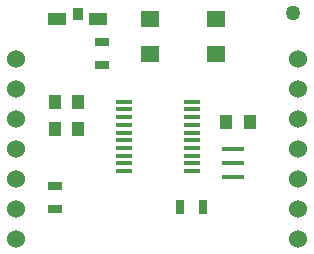
<source format=gbr>
G04 #@! TF.FileFunction,Soldermask,Top*
%FSLAX46Y46*%
G04 Gerber Fmt 4.6, Leading zero omitted, Abs format (unit mm)*
G04 Created by KiCad (PCBNEW 4.0.2-stable) date Tuesday, November 21, 2017 'AMt' 05:52:53 AM*
%MOMM*%
G01*
G04 APERTURE LIST*
%ADD10C,0.100000*%
%ADD11R,1.000000X1.250000*%
%ADD12R,0.900000X1.000000*%
%ADD13R,1.500000X1.000000*%
%ADD14C,1.270000*%
%ADD15R,1.300000X0.700000*%
%ADD16R,0.700000X1.300000*%
%ADD17C,1.524000*%
%ADD18R,1.600000X1.400000*%
%ADD19R,1.350000X0.400000*%
%ADD20R,1.900000X0.400000*%
G04 APERTURE END LIST*
D10*
D11*
X117310000Y-99040000D03*
X115310000Y-99040000D03*
X117310000Y-101290000D03*
X115310000Y-101290000D03*
X129860000Y-100750000D03*
X131860000Y-100750000D03*
D12*
X117250000Y-91600000D03*
D13*
X119000000Y-92000000D03*
X115500000Y-92000000D03*
D14*
X135500000Y-91500000D03*
D15*
X119340000Y-95870000D03*
X119340000Y-93970000D03*
X115340000Y-108060000D03*
X115340000Y-106160000D03*
D16*
X125940000Y-107880000D03*
X127840000Y-107880000D03*
D17*
X135920000Y-95380000D03*
X135920000Y-97920000D03*
X135920000Y-100460000D03*
X135920000Y-103000000D03*
X135920000Y-105540000D03*
X135920000Y-108080000D03*
X135920000Y-110620000D03*
D18*
X123400000Y-92000000D03*
X129000000Y-92000000D03*
X129000000Y-95000000D03*
X123400000Y-95000000D03*
D19*
X121200000Y-104860000D03*
X121200000Y-104210000D03*
X121200000Y-103560000D03*
X121200000Y-102910000D03*
X121200000Y-102260000D03*
X121200000Y-101610000D03*
X121200000Y-100960000D03*
X121200000Y-100310000D03*
X121200000Y-99660000D03*
X121200000Y-99010000D03*
X126950000Y-99010000D03*
X126950000Y-99660000D03*
X126950000Y-100310000D03*
X126950000Y-100960000D03*
X126950000Y-101610000D03*
X126950000Y-102260000D03*
X126950000Y-102910000D03*
X126950000Y-103560000D03*
X126950000Y-104210000D03*
X126950000Y-104860000D03*
D17*
X112080000Y-110620000D03*
X112080000Y-108080000D03*
X112080000Y-105540000D03*
X112080000Y-103000000D03*
X112080000Y-100460000D03*
X112080000Y-97920000D03*
X112080000Y-95380000D03*
D20*
X130400000Y-103000000D03*
X130400000Y-104200000D03*
X130400000Y-105400000D03*
M02*

</source>
